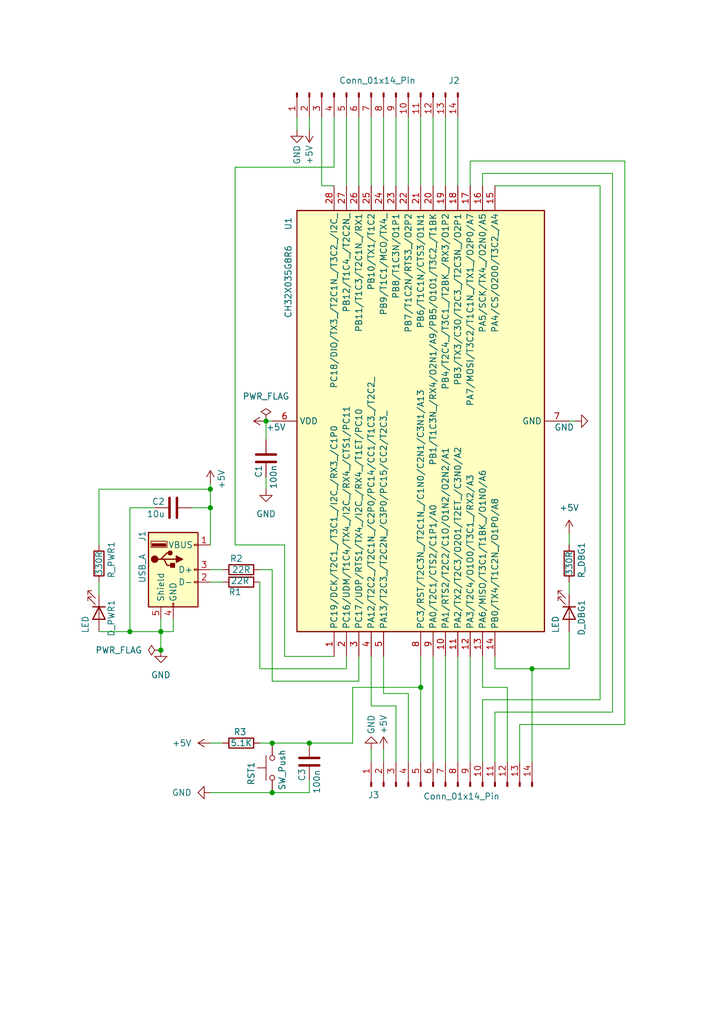
<source format=kicad_sch>
(kicad_sch (version 20231120) (generator "eeschema") (generator_version "8.0")
  (paper "A5" portrait)
  (lib_symbols
    (symbol "Connector:Conn_01x14_Pin" (pin_names (offset 1.016) hide)
      (property "Reference" "J" (at 0 17.78 0))
      (property "Value" "Conn_01x14_Pin" (at 0 -20.32 0))
      (symbol "Conn_01x14_Pin_1_1"
        (polyline (pts (xy 1.27 -17.78) (xy 0.8636 -17.78)) (stroke (width 0.1524)))
        (polyline (pts (xy 1.27 -15.24) (xy 0.8636 -15.24)) (stroke (width 0.1524)))
        (polyline (pts (xy 1.27 -12.7) (xy 0.8636 -12.7)) (stroke (width 0.1524)))
        (polyline (pts (xy 1.27 -10.16) (xy 0.8636 -10.16)) (stroke (width 0.1524)))
        (polyline (pts (xy 1.27 -7.62) (xy 0.8636 -7.62)) (stroke (width 0.1524)))
        (polyline (pts (xy 1.27 -5.08) (xy 0.8636 -5.08)) (stroke (width 0.1524)))
        (polyline (pts (xy 1.27 -2.54) (xy 0.8636 -2.54)) (stroke (width 0.1524)))
        (polyline (pts (xy 1.27 0) (xy 0.8636 0)) (stroke (width 0.1524)))
        (polyline (pts (xy 1.27 2.54) (xy 0.8636 2.54)) (stroke (width 0.1524)))
        (polyline (pts (xy 1.27 5.08) (xy 0.8636 5.08)) (stroke (width 0.1524)))
        (polyline (pts (xy 1.27 7.62) (xy 0.8636 7.62)) (stroke (width 0.1524)))
        (polyline (pts (xy 1.27 10.16) (xy 0.8636 10.16)) (stroke (width 0.1524)))
        (polyline (pts (xy 1.27 12.7) (xy 0.8636 12.7)) (stroke (width 0.1524)))
        (polyline (pts (xy 1.27 15.24) (xy 0.8636 15.24)) (stroke (width 0.1524)))
        (rectangle (start 0.8636 -17.653) (end 0 -17.907) (stroke (width 0.1524)) (fill (type outline)))
        (rectangle (start 0.8636 -15.113) (end 0 -15.367) (stroke (width 0.1524)) (fill (type outline)))
        (rectangle (start 0.8636 -12.573) (end 0 -12.827) (stroke (width 0.1524)) (fill (type outline)))
        (rectangle (start 0.8636 -10.033) (end 0 -10.287) (stroke (width 0.1524)) (fill (type outline)))
        (rectangle (start 0.8636 -7.493) (end 0 -7.747) (stroke (width 0.1524)) (fill (type outline)))
        (rectangle (start 0.8636 -4.953) (end 0 -5.207) (stroke (width 0.1524)) (fill (type outline)))
        (rectangle (start 0.8636 -2.413) (end 0 -2.667) (stroke (width 0.1524)) (fill (type outline)))
        (rectangle (start 0.8636 0.127) (end 0 -0.127) (stroke (width 0.1524)) (fill (type outline)))
        (rectangle (start 0.8636 2.667) (end 0 2.413) (stroke (width 0.1524)) (fill (type outline)))
        (rectangle (start 0.8636 5.207) (end 0 4.953) (stroke (width 0.1524)) (fill (type outline)))
        (rectangle (start 0.8636 7.747) (end 0 7.493) (stroke (width 0.1524)) (fill (type outline)))
        (rectangle (start 0.8636 10.287) (end 0 10.033) (stroke (width 0.1524)) (fill (type outline)))
        (rectangle (start 0.8636 12.827) (end 0 12.573) (stroke (width 0.1524)) (fill (type outline)))
        (rectangle (start 0.8636 15.367) (end 0 15.113) (stroke (width 0.1524)) (fill (type outline)))
        (pin passive line (at 5.08 15.24 180) (length 3.81) (name "Pin_1") (number "1"))
        (pin passive line (at 5.08 -7.62 180) (length 3.81) (name "Pin_10") (number "10"))
        (pin passive line (at 5.08 -10.16 180) (length 3.81) (name "Pin_11") (number "11"))
        (pin passive line (at 5.08 -12.7 180) (length 3.81) (name "Pin_12") (number "12"))
        (pin passive line (at 5.08 -15.24 180) (length 3.81) (name "Pin_13") (number "13"))
        (pin passive line (at 5.08 -17.78 180) (length 3.81) (name "Pin_14") (number "14"))
        (pin passive line (at 5.08 12.7 180) (length 3.81) (name "Pin_2") (number "2"))
        (pin passive line (at 5.08 10.16 180) (length 3.81) (name "Pin_3") (number "3"))
        (pin passive line (at 5.08 7.62 180) (length 3.81) (name "Pin_4") (number "4"))
        (pin passive line (at 5.08 5.08 180) (length 3.81) (name "Pin_5") (number "5"))
        (pin passive line (at 5.08 2.54 180) (length 3.81) (name "Pin_6") (number "6"))
        (pin passive line (at 5.08 0 180) (length 3.81) (name "Pin_7") (number "7"))
        (pin passive line (at 5.08 -2.54 180) (length 3.81) (name "Pin_8") (number "8"))
        (pin passive line (at 5.08 -5.08 180) (length 3.81) (name "Pin_9") (number "9"))
      )
    )
    (symbol "Connector:USB_A" (pin_names (offset 1.016))
      (property "Reference" "J" (at -5.08 11.43 0))
      (property "Value" "USB_A" (at -5.08 8.89 0))
      (symbol "USB_A_0_1"
        (rectangle (start -5.08 -7.62) (end 5.08 7.62) (stroke (width 0.254)) (fill (type background)))
        (circle (center -3.81 2.159) (radius 0.635) (stroke (width 0.254)) (fill (type outline)))
        (rectangle (start -1.524 4.826) (end -4.318 5.334) (fill (type outline)))
        (rectangle (start -1.27 4.572) (end -4.572 5.842))
        (circle (center -0.635 3.429) (radius 0.381) (stroke (width 0.254)) (fill (type outline)))
        (rectangle (start -0.127 -7.62) (end 0.127 -6.858))
        (polyline (pts (xy -3.175 2.159) (xy -2.54 2.159) (xy -1.27 3.429) (xy -0.635 3.429)) (stroke (width 0.254)))
        (polyline (pts (xy -2.54 2.159) (xy -1.905 2.159) (xy -1.27 0.889) (xy 0 0.889)) (stroke (width 0.254)))
        (polyline (pts (xy 0.635 2.794) (xy 0.635 1.524) (xy 1.905 2.159) (xy 0.635 2.794)) (stroke (width 0.254)) (fill (type outline)))
        (rectangle (start 0.254 1.27) (end -0.508 0.508) (stroke (width 0.254)) (fill (type outline)))
        (rectangle (start 5.08 -2.667) (end 4.318 -2.413))
        (rectangle (start 5.08 -0.127) (end 4.318 0.127))
        (rectangle (start 5.08 4.953) (end 4.318 5.207))
      )
      (symbol "USB_A_1_1"
        (polyline (pts (xy -1.905 2.159) (xy 0.635 2.159)) (stroke (width 0.254)))
        (pin power_in line (at 7.62 5.08 180) (length 2.54) (name "VBUS") (number "1"))
        (pin bidirectional line (at 7.62 -2.54 180) (length 2.54) (name "D-") (number "2"))
        (pin bidirectional line (at 7.62 0 180) (length 2.54) (name "D+") (number "3"))
        (pin power_in line (at 0 -10.16 90) (length 2.54) (name "GND") (number "4"))
        (pin passive line (at -2.54 -10.16 90) (length 2.54) (name "Shield") (number "5"))
      )
    )
    (symbol "Device:C" (pin_numbers hide) (pin_names (offset 0.254))
      (property "Reference" "C" (at 0.635 2.54 0))
      (property "Value" "C" (at 0.635 -2.54 0))
      (symbol "C_0_1"
        (polyline (pts (xy -2.032 -0.762) (xy 2.032 -0.762)) (stroke (width 0.508)))
        (polyline (pts (xy -2.032 0.762) (xy 2.032 0.762)) (stroke (width 0.508)))
      )
      (symbol "C_1_1"
        (pin passive line (at 0 3.81 270) (length 2.794) (name "~") (number "1"))
        (pin passive line (at 0 -3.81 90) (length 2.794) (name "~") (number "2"))
      )
    )
    (symbol "Device:LED" (pin_numbers hide) (pin_names (offset 1.016) hide)
      (property "Reference" "D" (at 0 2.54 0))
      (property "Value" "LED" (at 0 -2.54 0))
      (symbol "LED_0_1"
        (polyline (pts (xy -1.27 -1.27) (xy -1.27 1.27)) (stroke (width 0.254)))
        (polyline (pts (xy -1.27 0) (xy 1.27 0)))
        (polyline (pts (xy 1.27 -1.27) (xy 1.27 1.27) (xy -1.27 0) (xy 1.27 -1.27)) (stroke (width 0.254)))
        (polyline (pts (xy -3.048 -0.762) (xy -4.572 -2.286) (xy -3.81 -2.286) (xy -4.572 -2.286) (xy -4.572 -1.524)))
        (polyline (pts (xy -1.778 -0.762) (xy -3.302 -2.286) (xy -2.54 -2.286) (xy -3.302 -2.286) (xy -3.302 -1.524)))
      )
      (symbol "LED_1_1"
        (pin passive line (at -3.81 0 0) (length 2.54) (name "K") (number "1"))
        (pin passive line (at 3.81 0 180) (length 2.54) (name "A") (number "2"))
      )
    )
    (symbol "Device:R" (pin_numbers hide) (pin_names (offset 0))
      (property "Reference" "R" (at 2.032 0 90))
      (property "Value" "R" (at 0 0 90))
      (symbol "R_0_1"
        (rectangle (start -1.016 -2.54) (end 1.016 2.54) (stroke (width 0.254)))
      )
      (symbol "R_1_1"
        (pin passive line (at 0 3.81 270) (length 1.27) (name "~") (number "1"))
        (pin passive line (at 0 -3.81 90) (length 1.27) (name "~") (number "2"))
      )
    )
    (symbol "MCU_WCH_CH32X0:CH32X035G8R6"
      (property "Reference" "U" (at -42.926 26.67 0))
      (property "Value" "CH32X035G8R6" (at -33.274 26.67 0))
      (symbol "CH32X035G8R6_1_0"
        (rectangle (start -43.18 25.4) (end 43.18 -25.4) (stroke (width 0.254) (color 128 0 0 1)) (fill (type background)))
        (pin bidirectional line (at -48.26 17.78 0) (length 5.08) (name "PC19/DCK/T2C1_/T3C1_/I2C_/RX3_/C1P0") (number "1"))
        (pin bidirectional line (at -48.26 -5.08 0) (length 5.08) (name "PA1/RTS2/T2C2/C1O/O1N2/O2N2/A1") (number "10"))
        (pin bidirectional line (at -48.26 -7.62 0) (length 5.08) (name "PA2/TX2/T2C3/O2O1/T2ET_/C3N0/A2") (number "11"))
        (pin bidirectional line (at -48.26 -10.16 0) (length 5.08) (name "PA3/T2C4/O1O0/T3C1_/RX2/A3") (number "12"))
        (pin bidirectional line (at -48.26 -12.7 0) (length 5.08) (name "PA6/MISO/T3C1/T1BK_/O1N0/A6") (number "13"))
        (pin bidirectional line (at -48.26 -15.24 0) (length 5.08) (name "PB0/TX4/T1C2N_/O1P0/A8") (number "14"))
        (pin bidirectional line (at 48.26 -15.24 180) (length 5.08) (name "PA4/CS/O2O0/T3C2_/A4") (number "15"))
        (pin bidirectional line (at 48.26 -12.7 180) (length 5.08) (name "PA5/SCK/TX4_/O2N0/A5") (number "16"))
        (pin bidirectional line (at 48.26 -10.16 180) (length 5.08) (name "PA7/MOSI/T3C2/T1C1N_/TX1_/O2P0/A7") (number "17"))
        (pin bidirectional line (at 48.26 -7.62 180) (length 5.08) (name "PB3/TX3/C3O/T2C3_/T2C3N_/O2P1") (number "18"))
        (pin bidirectional line (at 48.26 -5.08 180) (length 5.08) (name "PB4/T2C4_/T3C1_/T2BK_/RX3/O1P2") (number "19"))
        (pin bidirectional line (at -48.26 15.24 0) (length 5.08) (name "PC16/UDM/T1C4/TX4_/I2C_/RX4_/CTS1/PC11") (number "2"))
        (pin bidirectional line (at 48.26 -2.54 180) (length 5.08) (name "PB1/T1C3N_/RX4/O2N1/A9/PB5/O1O1/T3C2_/T1BK") (number "20"))
        (pin bidirectional line (at 48.26 0 180) (length 5.08) (name "PB6/T1C1N/CTS3/O1N1") (number "21"))
        (pin bidirectional line (at 48.26 2.54 180) (length 5.08) (name "PB7/T1C2N/RTS3_/O2P2") (number "22"))
        (pin bidirectional line (at 48.26 5.08 180) (length 5.08) (name "PB8/T1C3N/O1P1") (number "23"))
        (pin bidirectional line (at 48.26 7.62 180) (length 5.08) (name "PB9/T1C1/MCO/TX4_") (number "24"))
        (pin bidirectional line (at 48.26 10.16 180) (length 5.08) (name "PB10/TX1/T1C2") (number "25"))
        (pin bidirectional line (at 48.26 12.7 180) (length 5.08) (name "PB11/T1C3/T2C1N_/RX1") (number "26"))
        (pin bidirectional line (at 48.26 15.24 180) (length 5.08) (name "PB12/T1C4_/T2C2N_") (number "27"))
        (pin bidirectional line (at 48.26 17.78 180) (length 5.08) (name "PC18/DIO/TX3_/T2C1N_/T3C2_/I2C_") (number "28"))
        (pin bidirectional line (at -48.26 12.7 0) (length 5.08) (name "PC17/UDP/RTS1/TX4_/I2C_/RX4_/T1ET/PC10") (number "3"))
        (pin bidirectional line (at -48.26 10.16 0) (length 5.08) (name "PA12/T2C2_/T2C1N_/C2P0/PC14/CC1/T1C3_/T2C2_") (number "4"))
        (pin bidirectional line (at -48.26 7.62 0) (length 5.08) (name "PA13/T2C3_/T2C2N_/C3P0/PC15/CC2/T2C3_") (number "5"))
        (pin power_in line (at 0 30.48 270) (length 5.08) (name "VDD") (number "6"))
        (pin power_in line (at 0 -30.48 90) (length 5.08) (name "GND") (number "7"))
        (pin bidirectional line (at -48.26 0 0) (length 5.08) (name "PC3/RST/T2C3N_/T2C1N_/C1N0/C2N1/C3N1/A13") (number "8"))
        (pin bidirectional line (at -48.26 -2.54 0) (length 5.08) (name "PA0/T2C1/CTS2/C1P1/A0") (number "9"))
      )
    )
    (symbol "Switch:SW_Push" (pin_numbers hide) (pin_names (offset 1.016) hide)
      (property "Reference" "SW" (at 1.27 2.54 0))
      (property "Value" "SW_Push" (at 0 -1.524 0))
      (symbol "SW_Push_0_1"
        (circle (center -2.032 0) (radius 0.508))
        (polyline (pts (xy 0 1.27) (xy 0 3.048)))
        (polyline (pts (xy 2.54 1.27) (xy -2.54 1.27)))
        (circle (center 2.032 0) (radius 0.508))
        (pin passive line (at -5.08 0 0) (length 2.54) (name "1") (number "1"))
        (pin passive line (at 5.08 0 180) (length 2.54) (name "2") (number "2"))
      )
    )
    (symbol "power:+5V" (power) (pin_numbers hide) (pin_names (offset 0) hide)
      (property "Value" "+5V" (at 0 3.556 0))
      (symbol "+5V_0_1"
        (polyline (pts (xy -0.762 1.27) (xy 0 2.54)))
        (polyline (pts (xy 0 0) (xy 0 2.54)))
        (polyline (pts (xy 0 2.54) (xy 0.762 1.27)))
      )
      (symbol "+5V_1_1"
        (pin power_in line (at 0 0 90) (length 0) (name "~") (number "1"))
      )
    )
    (symbol "power:GND" (power) (pin_numbers hide) (pin_names (offset 0) hide)
      (property "Value" "GND" (at 0 -3.81 0))
      (symbol "GND_0_1"
        (polyline (pts (xy 0 0) (xy 0 -1.27) (xy 1.27 -1.27) (xy 0 -2.54) (xy -1.27 -1.27) (xy 0 -1.27)))
      )
      (symbol "GND_1_1"
        (pin power_in line (at 0 0 270) (length 0) (name "~") (number "1"))
      )
    )
    (symbol "power:PWR_FLAG" (power) (pin_numbers hide) (pin_names (offset 0) hide)
      (property "Value" "PWR_FLAG" (at 0 3.81 0))
      (symbol "PWR_FLAG_0_0"
        (pin power_out line (at 0 0 90) (length 0) (name "~") (number "1"))
      )
      (symbol "PWR_FLAG_0_1"
        (polyline (pts (xy 0 0) (xy 0 1.27) (xy -1.016 1.905) (xy 0 2.54) (xy 1.016 1.905) (xy 0 1.27)))
      )
    )
  )
  (junction (at 54.61 86.36))
  (junction (at 55.88 162.56))
  (junction (at 33.02 129.54))
  (junction (at 55.88 152.4))
  (junction (at 43.18 104.14))
  (junction (at 26.67 129.54))
  (junction (at 33.02 133.35))
  (junction (at 109.22 137.16))
  (junction (at 86.36 140.97))
  (junction (at 63.5 152.4))
  (junction (at 43.18 100.33))
  (wire (pts (xy 78.74 142.24) (xy 83.82 142.24)))
  (wire (pts (xy 63.5 24.13) (xy 63.5 26.67)))
  (wire (pts (xy 125.73 35.56) (xy 125.73 146.05)))
  (wire (pts (xy 72.39 140.97) (xy 86.36 140.97)))
  (wire (pts (xy 128.27 33.02) (xy 128.27 148.59)))
  (wire (pts (xy 101.6 38.1) (xy 123.19 38.1)))
  (wire (pts (xy 83.82 142.24) (xy 83.82 156.21)))
  (wire (pts (xy 48.26 34.29) (xy 68.58 34.29)))
  (wire (pts (xy 96.52 156.21) (xy 96.52 134.62)))
  (wire (pts (xy 20.32 119.38) (xy 20.32 121.92)))
  (wire (pts (xy 101.6 137.16) (xy 109.22 137.16)))
  (wire (pts (xy 20.32 100.33) (xy 20.32 111.76)))
  (wire (pts (xy 71.12 137.16) (xy 71.12 134.62)))
  (wire (pts (xy 68.58 34.29) (xy 68.58 24.13)))
  (wire (pts (xy 88.9 156.21) (xy 88.9 134.62)))
  (wire (pts (xy 96.52 33.02) (xy 128.27 33.02)))
  (wire (pts (xy 76.2 38.1) (xy 76.2 24.13)))
  (wire (pts (xy 81.28 38.1) (xy 81.28 24.13)))
  (wire (pts (xy 33.02 129.54) (xy 35.56 129.54)))
  (wire (pts (xy 109.22 137.16) (xy 109.22 156.21)))
  (wire (pts (xy 76.2 144.78) (xy 81.28 144.78)))
  (wire (pts (xy 106.68 148.59) (xy 106.68 156.21)))
  (wire (pts (xy 73.66 139.7) (xy 73.66 134.62)))
  (wire (pts (xy 26.67 129.54) (xy 33.02 129.54)))
  (wire (pts (xy 63.5 160.02) (xy 63.5 162.56)))
  (wire (pts (xy 83.82 38.1) (xy 83.82 24.13)))
  (wire (pts (xy 99.06 38.1) (xy 99.06 35.56)))
  (wire (pts (xy 78.74 134.62) (xy 78.74 142.24)))
  (wire (pts (xy 54.61 97.79) (xy 54.61 100.33)))
  (wire (pts (xy 71.12 38.1) (xy 71.12 24.13)))
  (wire (pts (xy 31.75 104.14) (xy 26.67 104.14)))
  (wire (pts (xy 54.61 86.36) (xy 54.61 90.17)))
  (wire (pts (xy 76.2 134.62) (xy 76.2 144.78)))
  (wire (pts (xy 43.18 100.33) (xy 43.18 104.14)))
  (wire (pts (xy 96.52 38.1) (xy 96.52 33.02)))
  (wire (pts (xy 99.06 134.62) (xy 99.06 140.97)))
  (wire (pts (xy 78.74 38.1) (xy 78.74 24.13)))
  (wire (pts (xy 68.58 38.1) (xy 66.04 38.1)))
  (wire (pts (xy 99.06 143.51) (xy 99.06 156.21)))
  (wire (pts (xy 71.12 137.16) (xy 53.34 137.16)))
  (wire (pts (xy 66.04 38.1) (xy 66.04 24.13)))
  (wire (pts (xy 91.44 156.21) (xy 91.44 134.62)))
  (wire (pts (xy 116.84 109.22) (xy 116.84 111.76)))
  (wire (pts (xy 86.36 156.21) (xy 86.36 140.97)))
  (wire (pts (xy 116.84 119.38) (xy 116.84 121.92)))
  (wire (pts (xy 86.36 38.1) (xy 86.36 24.13)))
  (wire (pts (xy 43.18 119.38) (xy 45.72 119.38)))
  (wire (pts (xy 53.34 116.84) (xy 55.88 116.84)))
  (wire (pts (xy 33.02 129.54) (xy 33.02 133.35)))
  (wire (pts (xy 128.27 148.59) (xy 106.68 148.59)))
  (wire (pts (xy 123.19 143.51) (xy 99.06 143.51)))
  (wire (pts (xy 104.14 140.97) (xy 104.14 156.21)))
  (wire (pts (xy 48.26 111.76) (xy 48.26 34.29)))
  (wire (pts (xy 78.74 153.67) (xy 78.74 156.21)))
  (wire (pts (xy 43.18 152.4) (xy 45.72 152.4)))
  (wire (pts (xy 73.66 139.7) (xy 55.88 139.7)))
  (wire (pts (xy 60.96 24.13) (xy 60.96 26.67)))
  (wire (pts (xy 55.88 152.4) (xy 63.5 152.4)))
  (wire (pts (xy 123.19 38.1) (xy 123.19 143.51)))
  (wire (pts (xy 91.44 38.1) (xy 91.44 24.13)))
  (wire (pts (xy 63.5 152.4) (xy 72.39 152.4)))
  (wire (pts (xy 43.18 116.84) (xy 45.72 116.84)))
  (wire (pts (xy 116.84 129.54) (xy 116.84 137.16)))
  (wire (pts (xy 86.36 140.97) (xy 86.36 134.62)))
  (wire (pts (xy 101.6 146.05) (xy 101.6 156.21)))
  (wire (pts (xy 93.98 38.1) (xy 93.98 24.13)))
  (wire (pts (xy 99.06 35.56) (xy 125.73 35.56)))
  (wire (pts (xy 68.58 134.62) (xy 58.42 134.62)))
  (wire (pts (xy 54.61 86.36) (xy 55.88 86.36)))
  (wire (pts (xy 53.34 119.38) (xy 53.34 137.16)))
  (wire (pts (xy 99.06 140.97) (xy 104.14 140.97)))
  (wire (pts (xy 93.98 156.21) (xy 93.98 134.62)))
  (wire (pts (xy 26.67 104.14) (xy 26.67 129.54)))
  (wire (pts (xy 73.66 38.1) (xy 73.66 24.13)))
  (wire (pts (xy 116.84 86.36) (xy 118.11 86.36)))
  (wire (pts (xy 33.02 127) (xy 33.02 129.54)))
  (wire (pts (xy 35.56 129.54) (xy 35.56 127)))
  (wire (pts (xy 43.18 99.06) (xy 43.18 100.33)))
  (wire (pts (xy 43.18 104.14) (xy 43.18 111.76)))
  (wire (pts (xy 88.9 38.1) (xy 88.9 24.13)))
  (wire (pts (xy 63.5 162.56) (xy 55.88 162.56)))
  (wire (pts (xy 76.2 153.67) (xy 76.2 156.21)))
  (wire (pts (xy 58.42 134.62) (xy 58.42 111.76)))
  (wire (pts (xy 58.42 111.76) (xy 48.26 111.76)))
  (wire (pts (xy 72.39 152.4) (xy 72.39 140.97)))
  (wire (pts (xy 39.37 104.14) (xy 43.18 104.14)))
  (wire (pts (xy 20.32 129.54) (xy 26.67 129.54)))
  (wire (pts (xy 55.88 116.84) (xy 55.88 139.7)))
  (wire (pts (xy 101.6 134.62) (xy 101.6 137.16)))
  (wire (pts (xy 116.84 137.16) (xy 109.22 137.16)))
  (wire (pts (xy 43.18 162.56) (xy 55.88 162.56)))
  (wire (pts (xy 53.34 152.4) (xy 55.88 152.4)))
  (wire (pts (xy 125.73 146.05) (xy 101.6 146.05)))
  (wire (pts (xy 81.28 144.78) (xy 81.28 156.21)))
  (wire (pts (xy 20.32 100.33) (xy 43.18 100.33)))
  (symbol (lib_id "MCU_WCH_CH32X0:CH32X035G8R6") (at 86.36 86.36 90) (unit 1)
    (property "Reference" "U1" (at 59.182 47.244 0) (effects (justify left)))
    (property "Value" "CH32X035G8R6" (at 59.182 65.278 0) (effects (justify left)))
    (property "Footprint" "Package_SO:QSOP-28_3.9x9.9mm_P0.635mm" (effects (hide yes)))
    (property "Datasheet" "http://www.wch-ic.com/downloads/CH32X035DS0_PDF.html" (effects (hide yes)))
    (property "Description" "QingKe RISC-V core with: built-in USB and PD PHY, USB Host/Device, USB PD/type-C, 2 groups of OPA, 3 groups of CMP, 4 groups of USART, I2C, SPI, multiple timers, 12-bit ADC, 14-channel Touchkey, programmable protocol I/O controller" (effects (hide yes)))
  )
  (symbol (lib_id "Device:C") (at 63.5 156.21 0) (unit 1)
    (property "Reference" "C3" (at 61.976 160.274 90) (effects (justify left)))
    (property "Value" "100n" (at 65.024 162.814 90) (effects (justify left)))
    (property "Footprint" "Capacitor_SMD:C_1206_3216Metric" (effects (hide yes)))
    (property "Description" "Unpolarized capacitor" (effects (hide yes)))
  )
  (symbol (lib_id "power:+5V") (at 116.84 109.22 0) (unit 1)
    (property "Reference" "#PWR012" (effects (hide yes)))
    (property "Value" "+5V" (at 116.84 104.14 0))
    (property "Description" "Power symbol creates a global label with name \"+5V\"" (effects (hide yes)))
  )
  (symbol (lib_id "power:GND") (at 43.18 162.56 270) (unit 1)
    (property "Reference" "#PWR010" (effects (hide yes)))
    (property "Value" "GND" (at 39.37 162.5599 90) (effects (justify right)))
    (property "Description" "Power symbol creates a global label with name \"GND\" , ground" (effects (hide yes)))
  )
  (symbol (lib_id "power:+5V") (at 43.18 99.06 0) (mirror y) (unit 1)
    (property "Reference" "#PWR04" (effects (hide yes)))
    (property "Value" "+5V" (at 45.466 98.298 90))
    (property "Description" "Power symbol creates a global label with name \"+5V\"" (effects (hide yes)))
  )
  (symbol (lib_id "power:+5V") (at 63.5 26.67 0) (mirror x) (unit 1)
    (property "Reference" "#PWR05" (effects (hide yes)))
    (property "Value" "+5V" (at 63.5 31.75 90))
    (property "Description" "Power symbol creates a global label with name \"+5V\"" (effects (hide yes)))
  )
  (symbol (lib_id "Connector:Conn_01x14_Pin") (at 76.2 19.05 90) (mirror x) (unit 1)
    (property "Reference" "J2" (at 93.218 16.51 90))
    (property "Value" "Conn_01x14_Pin" (at 77.47 16.51 90))
    (property "Footprint" "Connector_PinSocket_2.54mm:PinSocket_1x14_P2.54mm_Vertical" (effects (hide yes)))
    (property "Description" "Generic connector, single row, 01x14, script generated" (effects (hide yes)))
  )
  (symbol (lib_id "power:GND") (at 76.2 153.67 180) (unit 1)
    (property "Reference" "#PWR08" (effects (hide yes)))
    (property "Value" "GND" (at 76.2 148.59 90))
    (property "Description" "Power symbol creates a global label with name \"GND\" , ground" (effects (hide yes)))
  )
  (symbol (lib_id "Device:R") (at 20.32 115.57 0) (unit 1)
    (property "Reference" "R_PWR1" (at 22.86 118.618 90) (effects (justify left)))
    (property "Value" "330R" (at 20.32 118.11 90) (effects (justify left)))
    (property "Footprint" "Resistor_SMD:R_0805_2012Metric" (effects (hide yes)))
    (property "Description" "Resistor" (effects (hide yes)))
  )
  (symbol (lib_id "Device:R") (at 49.53 152.4 90) (unit 1)
    (property "Reference" "R3" (at 49.276 150.114 90))
    (property "Value" "5.1K" (at 49.53 152.4 90))
    (property "Footprint" "Resistor_SMD:R_0805_2012Metric" (effects (hide yes)))
    (property "Description" "Resistor" (effects (hide yes)))
  )
  (symbol (lib_id "power:+5V") (at 78.74 153.67 0) (unit 1)
    (property "Reference" "#PWR06" (effects (hide yes)))
    (property "Value" "+5V" (at 78.74 148.59 90))
    (property "Description" "Power symbol creates a global label with name \"+5V\"" (effects (hide yes)))
  )
  (symbol (lib_id "Connector:USB_A") (at 35.56 116.84 0) (unit 1)
    (property "Reference" "J1" (at 29.21 109.982 90))
    (property "Value" "USB_A" (at 29.21 116.586 90))
    (property "Footprint" "Connector_USB:USB2_A_Female_Short_14.6x10" (effects (hide yes)))
    (property "Description" "USB Type A connector" (effects (hide yes)))
  )
  (symbol (lib_id "Device:R") (at 116.84 115.57 0) (unit 1)
    (property "Reference" "R_DBG1" (at 119.38 118.618 90) (effects (justify left)))
    (property "Value" "330R" (at 116.84 118.11 90) (effects (justify left)))
    (property "Footprint" "Resistor_SMD:R_0805_2012Metric" (effects (hide yes)))
    (property "Description" "Resistor" (effects (hide yes)))
  )
  (symbol (lib_id "Device:R") (at 49.53 119.38 270) (mirror x) (unit 1)
    (property "Reference" "R1" (at 48.26 121.412 90))
    (property "Value" "22R" (at 49.276 119.126 90))
    (property "Footprint" "Resistor_SMD:R_0805_2012Metric" (effects (hide yes)))
    (property "Description" "Resistor" (effects (hide yes)))
  )
  (symbol (lib_id "power:PWR_FLAG") (at 54.61 86.36 0) (unit 1)
    (property "Reference" "#FLG01" (effects (hide yes)))
    (property "Value" "PWR_FLAG" (at 54.61 81.28 0))
    (property "Description" "Special symbol for telling ERC where power comes from" (effects (hide yes)))
  )
  (symbol (lib_id "Device:C") (at 54.61 93.98 0) (unit 1)
    (property "Reference" "C1" (at 53.086 98.044 90) (effects (justify left)))
    (property "Value" "100n" (at 56.134 100.33 90) (effects (justify left)))
    (property "Footprint" "Capacitor_SMD:C_1206_3216Metric" (effects (hide yes)))
    (property "Description" "Unpolarized capacitor" (effects (hide yes)))
  )
  (symbol (lib_id "power:GND") (at 118.11 86.36 90) (unit 1)
    (property "Reference" "#PWR02" (effects (hide yes)))
    (property "Value" "GND" (at 115.824 87.63 90))
    (property "Description" "Power symbol creates a global label with name \"GND\" , ground" (effects (hide yes)))
  )
  (symbol (lib_id "power:GND") (at 60.96 26.67 0) (mirror y) (unit 1)
    (property "Reference" "#PWR07" (effects (hide yes)))
    (property "Value" "GND" (at 60.96 31.75 90))
    (property "Description" "Power symbol creates a global label with name \"GND\" , ground" (effects (hide yes)))
  )
  (symbol (lib_id "Device:LED") (at 116.84 125.73 270) (unit 1)
    (property "Reference" "D_DBG1" (at 119.38 122.936 0) (effects (justify left)))
    (property "Value" "LED" (at 114.046 126.238 0) (effects (justify left)))
    (property "Footprint" "Diode_SMD:D_1206_3216Metric" (effects (hide yes)))
    (property "Description" "Light emitting diode" (effects (hide yes)))
  )
  (symbol (lib_id "power:GND") (at 54.61 100.33 0) (unit 1)
    (property "Reference" "#PWR011" (effects (hide yes)))
    (property "Value" "GND" (at 54.61 105.41 0))
    (property "Description" "Power symbol creates a global label with name \"GND\" , ground" (effects (hide yes)))
  )
  (symbol (lib_id "power:GND") (at 33.02 133.35 0) (mirror y) (unit 1)
    (property "Reference" "#PWR01" (effects (hide yes)))
    (property "Value" "GND" (at 33.02 138.43 0))
    (property "Description" "Power symbol creates a global label with name \"GND\" , ground" (effects (hide yes)))
  )
  (symbol (lib_id "Switch:SW_Push") (at 55.88 157.48 90) (unit 1)
    (property "Reference" "RST1" (at 51.562 156.21 0) (effects (justify right)))
    (property "Value" "SW_Push" (at 57.912 153.67 0) (effects (justify right)))
    (property "Footprint" "Button_Switch_SMD:SW_SPST_5x5x1.5" (effects (hide yes)))
    (property "Description" "Push button switch, generic, 4 pins" (effects (hide yes)))
  )
  (symbol (lib_id "Device:R") (at 49.53 116.84 90) (mirror x) (unit 1)
    (property "Reference" "R2" (at 48.514 114.554 90))
    (property "Value" "22R" (at 49.53 116.84 90))
    (property "Footprint" "Resistor_SMD:R_0805_2012Metric" (effects (hide yes)))
    (property "Description" "Resistor" (effects (hide yes)))
  )
  (symbol (lib_id "Device:C") (at 35.56 104.14 90) (unit 1)
    (property "Reference" "C2" (at 32.512 102.87 90))
    (property "Value" "10u" (at 32.004 105.41 90))
    (property "Footprint" "Capacitor_SMD:C_1206_3216Metric" (effects (hide yes)))
    (property "Description" "Unpolarized capacitor" (effects (hide yes)))
  )
  (symbol (lib_id "Device:LED") (at 20.32 125.73 270) (unit 1)
    (property "Reference" "D_PWR1" (at 22.86 122.936 0) (effects (justify left)))
    (property "Value" "LED" (at 17.526 126.238 0) (effects (justify left)))
    (property "Footprint" "Diode_SMD:D_1206_3216Metric" (effects (hide yes)))
    (property "Description" "Light emitting diode" (effects (hide yes)))
  )
  (symbol (lib_id "power:+5V") (at 43.18 152.4 90) (unit 1)
    (property "Reference" "#PWR09" (effects (hide yes)))
    (property "Value" "+5V" (at 39.37 152.3999 90) (effects (justify left)))
    (property "Description" "Power symbol creates a global label with name \"+5V\"" (effects (hide yes)))
  )
  (symbol (lib_id "power:+5V") (at 54.61 86.36 90) (unit 1)
    (property "Reference" "#PWR03" (effects (hide yes)))
    (property "Value" "+5V" (at 56.642 87.63 90))
    (property "Description" "Power symbol creates a global label with name \"+5V\"" (effects (hide yes)))
  )
  (symbol (lib_id "Connector:Conn_01x14_Pin") (at 91.44 161.29 90) (unit 1)
    (property "Reference" "J3" (at 76.708 163.068 90))
    (property "Value" "Conn_01x14_Pin" (at 94.742 163.322 90))
    (property "Footprint" "Connector_PinSocket_2.54mm:PinSocket_1x14_P2.54mm_Vertical" (effects (hide yes)))
    (property "Description" "Generic connector, single row, 01x14, script generated" (effects (hide yes)))
  )
  (symbol (lib_id "power:PWR_FLAG") (at 33.02 133.35 90) (unit 1)
    (property "Reference" "#FLG02" (effects (hide yes)))
    (property "Value" "PWR_FLAG" (at 29.21 133.3499 90) (effects (justify left)))
    (property "Description" "Special symbol for telling ERC where power comes from" (effects (hide yes)))
  )
)
</source>
